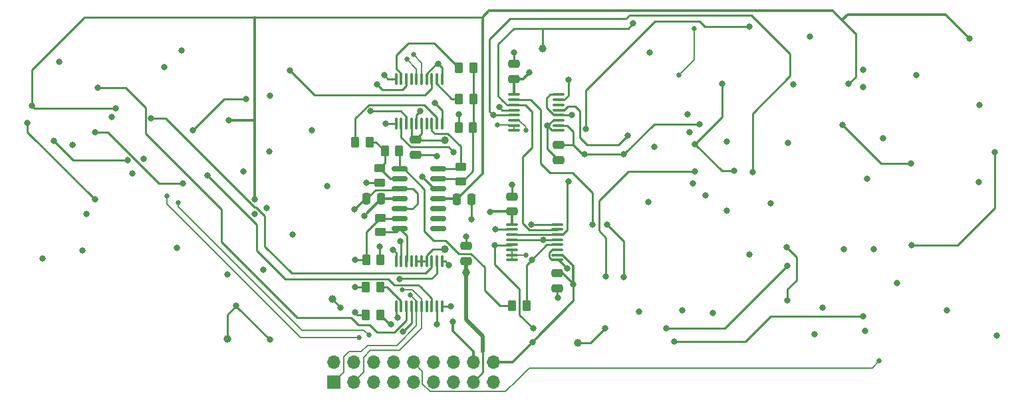
<source format=gbr>
%TF.GenerationSoftware,KiCad,Pcbnew,7.0.7*%
%TF.CreationDate,2024-06-06T22:47:17-06:00*%
%TF.ProjectId,VoiceBoardR2,566f6963-6542-46f6-9172-6452322e6b69,rev?*%
%TF.SameCoordinates,Original*%
%TF.FileFunction,Copper,L4,Bot*%
%TF.FilePolarity,Positive*%
%FSLAX46Y46*%
G04 Gerber Fmt 4.6, Leading zero omitted, Abs format (unit mm)*
G04 Created by KiCad (PCBNEW 7.0.7) date 2024-06-06 22:47:17*
%MOMM*%
%LPD*%
G01*
G04 APERTURE LIST*
G04 Aperture macros list*
%AMRoundRect*
0 Rectangle with rounded corners*
0 $1 Rounding radius*
0 $2 $3 $4 $5 $6 $7 $8 $9 X,Y pos of 4 corners*
0 Add a 4 corners polygon primitive as box body*
4,1,4,$2,$3,$4,$5,$6,$7,$8,$9,$2,$3,0*
0 Add four circle primitives for the rounded corners*
1,1,$1+$1,$2,$3*
1,1,$1+$1,$4,$5*
1,1,$1+$1,$6,$7*
1,1,$1+$1,$8,$9*
0 Add four rect primitives between the rounded corners*
20,1,$1+$1,$2,$3,$4,$5,0*
20,1,$1+$1,$4,$5,$6,$7,0*
20,1,$1+$1,$6,$7,$8,$9,0*
20,1,$1+$1,$8,$9,$2,$3,0*%
G04 Aperture macros list end*
%TA.AperFunction,SMDPad,CuDef*%
%ADD10C,1.000000*%
%TD*%
%TA.AperFunction,ComponentPad*%
%ADD11R,1.700000X1.700000*%
%TD*%
%TA.AperFunction,ComponentPad*%
%ADD12O,1.700000X1.700000*%
%TD*%
%TA.AperFunction,SMDPad,CuDef*%
%ADD13RoundRect,0.250000X-0.262500X-0.450000X0.262500X-0.450000X0.262500X0.450000X-0.262500X0.450000X0*%
%TD*%
%TA.AperFunction,SMDPad,CuDef*%
%ADD14RoundRect,0.250000X0.475000X-0.250000X0.475000X0.250000X-0.475000X0.250000X-0.475000X-0.250000X0*%
%TD*%
%TA.AperFunction,SMDPad,CuDef*%
%ADD15RoundRect,0.250000X0.450000X-0.262500X0.450000X0.262500X-0.450000X0.262500X-0.450000X-0.262500X0*%
%TD*%
%TA.AperFunction,SMDPad,CuDef*%
%ADD16RoundRect,0.250000X-0.475000X0.250000X-0.475000X-0.250000X0.475000X-0.250000X0.475000X0.250000X0*%
%TD*%
%TA.AperFunction,SMDPad,CuDef*%
%ADD17RoundRect,0.250000X-0.250000X-0.475000X0.250000X-0.475000X0.250000X0.475000X-0.250000X0.475000X0*%
%TD*%
%TA.AperFunction,SMDPad,CuDef*%
%ADD18RoundRect,0.250000X0.262500X0.450000X-0.262500X0.450000X-0.262500X-0.450000X0.262500X-0.450000X0*%
%TD*%
%TA.AperFunction,SMDPad,CuDef*%
%ADD19RoundRect,0.100000X0.100000X-0.637500X0.100000X0.637500X-0.100000X0.637500X-0.100000X-0.637500X0*%
%TD*%
%TA.AperFunction,SMDPad,CuDef*%
%ADD20RoundRect,0.250000X0.250000X0.475000X-0.250000X0.475000X-0.250000X-0.475000X0.250000X-0.475000X0*%
%TD*%
%TA.AperFunction,SMDPad,CuDef*%
%ADD21RoundRect,0.100000X-0.100000X0.637500X-0.100000X-0.637500X0.100000X-0.637500X0.100000X0.637500X0*%
%TD*%
%TA.AperFunction,SMDPad,CuDef*%
%ADD22RoundRect,0.100000X0.637500X0.100000X-0.637500X0.100000X-0.637500X-0.100000X0.637500X-0.100000X0*%
%TD*%
%TA.AperFunction,SMDPad,CuDef*%
%ADD23RoundRect,0.150000X-0.825000X-0.150000X0.825000X-0.150000X0.825000X0.150000X-0.825000X0.150000X0*%
%TD*%
%TA.AperFunction,SMDPad,CuDef*%
%ADD24RoundRect,0.250000X-0.450000X0.262500X-0.450000X-0.262500X0.450000X-0.262500X0.450000X0.262500X0*%
%TD*%
%TA.AperFunction,ViaPad*%
%ADD25C,0.800000*%
%TD*%
%TA.AperFunction,ViaPad*%
%ADD26C,1.000000*%
%TD*%
%TA.AperFunction,ViaPad*%
%ADD27C,0.650000*%
%TD*%
%TA.AperFunction,Conductor*%
%ADD28C,0.250000*%
%TD*%
%TA.AperFunction,Conductor*%
%ADD29C,0.220000*%
%TD*%
%TA.AperFunction,Conductor*%
%ADD30C,0.350000*%
%TD*%
%TA.AperFunction,Conductor*%
%ADD31C,0.300000*%
%TD*%
%TA.AperFunction,Conductor*%
%ADD32C,0.500000*%
%TD*%
%TA.AperFunction,Conductor*%
%ADD33C,0.180000*%
%TD*%
%TA.AperFunction,Conductor*%
%ADD34C,0.200000*%
%TD*%
G04 APERTURE END LIST*
D10*
%TO.P,TP104,1,1*%
%TO.N,CLK_1*%
X43250000Y-37350000D03*
%TD*%
%TO.P,TP103,1,1*%
%TO.N,CLK_2*%
X29875000Y-42350000D03*
%TD*%
%TO.P,TP102,1,1*%
%TO.N,VCA_IN*%
X74525000Y-42900000D03*
%TD*%
%TO.P,TP101,1,1*%
%TO.N,FILTER_OUT*%
X70075000Y-5400000D03*
%TD*%
D11*
%TO.P,U103,1,SDA*%
%TO.N,SDA*%
X43437500Y-47887500D03*
D12*
%TO.P,U103,2,LVL1*%
%TO.N,LEVEL_1_CV*%
X43437500Y-45347500D03*
%TO.P,U103,3,SCL*%
%TO.N,SCL*%
X45977500Y-47887500D03*
%TO.P,U103,4,LVL2*%
%TO.N,LEVEL_2_CV*%
X45977500Y-45347500D03*
%TO.P,U103,5,CLK1*%
%TO.N,CLK_1*%
X48517500Y-47887500D03*
%TO.P,U103,6,PWM1*%
%TO.N,PWM_1_CV*%
X48517500Y-45347500D03*
%TO.P,U103,7,CLK2*%
%TO.N,CLK_2*%
X51057500Y-47887500D03*
%TO.P,U103,8,PWM2*%
%TO.N,PWM_2_CV*%
X51057500Y-45347500D03*
%TO.P,U103,9,HP*%
%TO.N,HP_MODE*%
X53597500Y-47887500D03*
%TO.P,U103,10,FOLD*%
%TO.N,FOLD_CV*%
X53597500Y-45347500D03*
%TO.P,U103,11,FF*%
%TO.N,FOLD_FIRST*%
X56137500Y-47887500D03*
%TO.P,U103,12,VCF*%
%TO.N,CUTOFF_CV*%
X56137500Y-45347500D03*
%TO.P,U103,13,OUT*%
%TO.N,VCA_OUT*%
X58677500Y-47887500D03*
%TO.P,U103,14,VCA*%
%TO.N,VCA_CV*%
X58677500Y-45347500D03*
%TO.P,U103,15,+3V3*%
%TO.N,+3.3V*%
X61217500Y-47887500D03*
%TO.P,U103,16,GND*%
%TO.N,GND*%
X61217500Y-45347500D03*
%TO.P,U103,17,+12V*%
%TO.N,+12V*%
X63757500Y-47887500D03*
%TO.P,U103,18,-12V*%
%TO.N,-12V*%
X63757500Y-45347500D03*
%TD*%
D13*
%TO.P,R230,1*%
%TO.N,Net-(U203B-P1W)*%
X59380000Y-11792500D03*
%TO.P,R230,2*%
%TO.N,Net-(U204C--)*%
X61205000Y-11792500D03*
%TD*%
D14*
%TO.P,C102,1*%
%TO.N,+12V*%
X66400000Y-9247500D03*
%TO.P,C102,2*%
%TO.N,GND*%
X66400000Y-7347500D03*
%TD*%
D13*
%TO.P,R242,1*%
%TO.N,Net-(R241-Pad2)*%
X66175000Y-38187500D03*
%TO.P,R242,2*%
%TO.N,OSC_MIX*%
X68000000Y-38187500D03*
%TD*%
%TO.P,R228,1*%
%TO.N,Net-(U203C-P2W)*%
X59360000Y-15452500D03*
%TO.P,R228,2*%
%TO.N,Net-(U204C--)*%
X61185000Y-15452500D03*
%TD*%
D15*
%TO.P,R233,1*%
%TO.N,Net-(U204C--)*%
X59592500Y-22305000D03*
%TO.P,R233,2*%
%TO.N,Net-(U203A-P0B)*%
X59592500Y-20480000D03*
%TD*%
D14*
%TO.P,C218,1*%
%TO.N,GND*%
X53892500Y-18902500D03*
%TO.P,C218,2*%
%TO.N,+3.3V*%
X53892500Y-17002500D03*
%TD*%
D16*
%TO.P,C103,1*%
%TO.N,-12V*%
X71900000Y-34047499D03*
%TO.P,C103,2*%
%TO.N,GND*%
X71900000Y-35947499D03*
%TD*%
D17*
%TO.P,C215,1*%
%TO.N,GND*%
X47602500Y-24552500D03*
%TO.P,C215,2*%
%TO.N,+12V*%
X49502500Y-24552500D03*
%TD*%
D14*
%TO.P,C104,1*%
%TO.N,+12V*%
X66150000Y-26147500D03*
%TO.P,C104,2*%
%TO.N,GND*%
X66150000Y-24247500D03*
%TD*%
D16*
%TO.P,C217,1*%
%TO.N,GND*%
X60292500Y-30572500D03*
%TO.P,C217,2*%
%TO.N,+3.3V*%
X60292500Y-32472500D03*
%TD*%
D18*
%TO.P,R238,1*%
%TO.N,Net-(U205B-P1W)*%
X49375000Y-35787500D03*
%TO.P,R238,2*%
%TO.N,Net-(U204A--)*%
X47550000Y-35787500D03*
%TD*%
%TO.P,R239,1*%
%TO.N,Net-(U205C-P2W)*%
X49405000Y-32322500D03*
%TO.P,R239,2*%
%TO.N,Net-(U204A--)*%
X47580000Y-32322500D03*
%TD*%
D15*
%TO.P,R240,1*%
%TO.N,Net-(U205A-P0W)*%
X49287500Y-22475000D03*
%TO.P,R240,2*%
%TO.N,Net-(U204B--)*%
X49287500Y-20650000D03*
%TD*%
D16*
%TO.P,C101,1*%
%TO.N,-12V*%
X72100000Y-17697500D03*
%TO.P,C101,2*%
%TO.N,GND*%
X72100000Y-19597500D03*
%TD*%
D19*
%TO.P,U205,1,P3A*%
%TO.N,GND*%
X57237500Y-38235000D03*
%TO.P,U205,2,P3W*%
%TO.N,Net-(U205D-P3W)*%
X56587500Y-38235000D03*
%TO.P,U205,3,P3B*%
%TO.N,TRI2_FULL*%
X55937500Y-38235000D03*
%TO.P,U205,4,HVC/A0*%
%TO.N,unconnected-(U205E-HVC{slash}A0-Pad4)*%
X55287500Y-38235000D03*
%TO.P,U205,5,SCL*%
%TO.N,SCL*%
X54637500Y-38235000D03*
%TO.P,U205,6,SDA*%
%TO.N,SDA*%
X53987500Y-38235000D03*
%TO.P,U205,7,VSS*%
%TO.N,GND*%
X53337500Y-38235000D03*
%TO.P,U205,8,P1B*%
%TO.N,PULSE2_FULL*%
X52687500Y-38235000D03*
%TO.P,U205,9,P1W*%
%TO.N,Net-(U205B-P1W)*%
X52037500Y-38235000D03*
%TO.P,U205,10,P1A*%
%TO.N,GND*%
X51387500Y-38235000D03*
%TO.P,U205,11,P0A*%
X51387500Y-32510000D03*
%TO.P,U205,12,P0W*%
%TO.N,Net-(U205A-P0W)*%
X52037500Y-32510000D03*
%TO.P,U205,13,P0B*%
%TO.N,Net-(U205A-P0B)*%
X52687500Y-32510000D03*
%TO.P,U205,14,NC*%
%TO.N,unconnected-(U205E-NC-Pad14)*%
X53337500Y-32510000D03*
%TO.P,U205,15,~{RESET}*%
%TO.N,+3.3V*%
X53987500Y-32510000D03*
%TO.P,U205,16,A1*%
X54637500Y-32510000D03*
%TO.P,U205,17,VDD*%
X55287500Y-32510000D03*
%TO.P,U205,18,P2B*%
%TO.N,SAW2_FULL*%
X55937500Y-32510000D03*
%TO.P,U205,19,P2W*%
%TO.N,Net-(U205C-P2W)*%
X56587500Y-32510000D03*
%TO.P,U205,20,P2A*%
%TO.N,GND*%
X57237500Y-32510000D03*
%TD*%
D13*
%TO.P,R231,1*%
%TO.N,Net-(U203A-P0W)*%
X46210000Y-17322500D03*
%TO.P,R231,2*%
%TO.N,Net-(U204B--)*%
X48035000Y-17322500D03*
%TD*%
D20*
%TO.P,C216,1*%
%TO.N,GND*%
X60982500Y-24572500D03*
%TO.P,C216,2*%
%TO.N,-12V*%
X59082500Y-24572500D03*
%TD*%
D18*
%TO.P,R237,1*%
%TO.N,Net-(U205D-P3W)*%
X49375000Y-39312500D03*
%TO.P,R237,2*%
%TO.N,Net-(U204A--)*%
X47550000Y-39312500D03*
%TD*%
D21*
%TO.P,U203,1,P3A*%
%TO.N,GND*%
X51387500Y-9250001D03*
%TO.P,U203,2,P3W*%
%TO.N,Net-(U203D-P3W)*%
X52037500Y-9250001D03*
%TO.P,U203,3,P3B*%
%TO.N,TRI1_FULL*%
X52687500Y-9250001D03*
%TO.P,U203,4,HVC/A0*%
%TO.N,unconnected-(U203E-HVC{slash}A0-Pad4)*%
X53337500Y-9250001D03*
%TO.P,U203,5,SCL*%
%TO.N,SCL*%
X53987500Y-9250001D03*
%TO.P,U203,6,SDA*%
%TO.N,SDA*%
X54637500Y-9250001D03*
%TO.P,U203,7,VSS*%
%TO.N,GND*%
X55287500Y-9250001D03*
%TO.P,U203,8,P1B*%
%TO.N,PULSE1_FULL*%
X55937500Y-9250001D03*
%TO.P,U203,9,P1W*%
%TO.N,Net-(U203B-P1W)*%
X56587500Y-9250001D03*
%TO.P,U203,10,P1A*%
%TO.N,GND*%
X57237500Y-9250001D03*
%TO.P,U203,11,P0A*%
X57237500Y-14975001D03*
%TO.P,U203,12,P0W*%
%TO.N,Net-(U203A-P0W)*%
X56587500Y-14975001D03*
%TO.P,U203,13,P0B*%
%TO.N,Net-(U203A-P0B)*%
X55937500Y-14975001D03*
%TO.P,U203,14,NC*%
%TO.N,unconnected-(U203E-NC-Pad14)*%
X55287500Y-14975001D03*
%TO.P,U203,15,~{RESET}*%
%TO.N,+3.3V*%
X54637500Y-14975001D03*
%TO.P,U203,16,A1*%
%TO.N,GND*%
X53987500Y-14975001D03*
%TO.P,U203,17,VDD*%
%TO.N,+3.3V*%
X53337500Y-14975001D03*
%TO.P,U203,18,P2B*%
%TO.N,SAW1_FULL*%
X52687500Y-14975001D03*
%TO.P,U203,19,P2W*%
%TO.N,Net-(U203C-P2W)*%
X52037500Y-14975001D03*
%TO.P,U203,20,P2A*%
%TO.N,GND*%
X51387500Y-14975001D03*
%TD*%
D22*
%TO.P,U102,1,B1*%
%TO.N,FILTER_IN*%
X72112500Y-11272500D03*
%TO.P,U102,2,B0*%
%TO.N,GND*%
X72112500Y-11922500D03*
%TO.P,U102,3,C1*%
%TO.N,unconnected-(U102-C1-Pad3)*%
X72112500Y-12572500D03*
%TO.P,U102,4,C*%
%TO.N,LP_IN*%
X72112500Y-13222500D03*
%TO.P,U102,5,C0*%
%TO.N,FILTER_IN*%
X72112500Y-13872500D03*
%TO.P,U102,6,INH*%
%TO.N,GND*%
X72112500Y-14522500D03*
%TO.P,U102,7,VSS*%
%TO.N,-12V*%
X72112500Y-15172500D03*
%TO.P,U102,8,GND*%
%TO.N,GND*%
X72112500Y-15822500D03*
%TO.P,U102,9,S3*%
%TO.N,HP_MODE*%
X66387500Y-15822500D03*
%TO.P,U102,10,S2*%
X66387500Y-15172500D03*
%TO.P,U102,11,S1*%
%TO.N,FOLD_FIRST*%
X66387500Y-14522500D03*
%TO.P,U102,12,A0*%
%TO.N,FOLDER_IN*%
X66387500Y-13872500D03*
%TO.P,U102,13,A1*%
%TO.N,VCA_IN*%
X66387500Y-13222500D03*
%TO.P,U102,14,A*%
%TO.N,FILTER_OUT*%
X66387500Y-12572500D03*
%TO.P,U102,15,B*%
%TO.N,HP_IN*%
X66387500Y-11922500D03*
%TO.P,U102,16,VDD*%
%TO.N,+12V*%
X66387500Y-11272500D03*
%TD*%
D13*
%TO.P,R229,1*%
%TO.N,Net-(U203D-P3W)*%
X59380000Y-7862500D03*
%TO.P,R229,2*%
%TO.N,Net-(U204C--)*%
X61205000Y-7862500D03*
%TD*%
%TO.P,R241,1*%
%TO.N,Net-(U204B--)*%
X49960000Y-18462500D03*
%TO.P,R241,2*%
%TO.N,Net-(R241-Pad2)*%
X51785000Y-18462500D03*
%TD*%
D23*
%TO.P,U204,1*%
%TO.N,Net-(U205A-P0B)*%
X51837500Y-28372500D03*
%TO.P,U204,2,-*%
%TO.N,Net-(U204A--)*%
X51837500Y-27102500D03*
%TO.P,U204,3,+*%
%TO.N,GND*%
X51837500Y-25832500D03*
%TO.P,U204,4,V+*%
%TO.N,+12V*%
X51837500Y-24562500D03*
%TO.P,U204,5,+*%
%TO.N,GND*%
X51837500Y-23292500D03*
%TO.P,U204,6,-*%
%TO.N,Net-(U204B--)*%
X51837500Y-22022500D03*
%TO.P,U204,7*%
%TO.N,Net-(R241-Pad2)*%
X51837500Y-20752500D03*
%TO.P,U204,8*%
%TO.N,Net-(U203A-P0B)*%
X56787500Y-20752500D03*
%TO.P,U204,9,-*%
%TO.N,Net-(U204C--)*%
X56787500Y-22022500D03*
%TO.P,U204,10,+*%
%TO.N,GND*%
X56787500Y-23292500D03*
%TO.P,U204,11,V-*%
%TO.N,-12V*%
X56787500Y-24562500D03*
%TO.P,U204,12,+*%
%TO.N,unconnected-(U204D-+-Pad12)*%
X56787500Y-25832500D03*
%TO.P,U204,13,-*%
%TO.N,unconnected-(U204D---Pad13)*%
X56787500Y-27102500D03*
%TO.P,U204,14*%
%TO.N,unconnected-(U204-Pad14)*%
X56787500Y-28372500D03*
%TD*%
D24*
%TO.P,R232,1*%
%TO.N,Net-(U204A--)*%
X49387500Y-26950000D03*
%TO.P,R232,2*%
%TO.N,Net-(U205A-P0B)*%
X49387500Y-28775000D03*
%TD*%
D22*
%TO.P,U101,1,B1*%
%TO.N,OSC_MIX*%
X71900000Y-27797500D03*
%TO.P,U101,2,B0*%
%TO.N,FILTER_OUT*%
X71900000Y-28447500D03*
%TO.P,U101,3,C1*%
%TO.N,FOLDER_OUT*%
X71900000Y-29097500D03*
%TO.P,U101,4,C*%
%TO.N,FILTER_IN*%
X71900000Y-29747500D03*
%TO.P,U101,5,C0*%
%TO.N,OSC_MIX*%
X71900000Y-30397500D03*
%TO.P,U101,6,INH*%
%TO.N,GND*%
X71900000Y-31047500D03*
%TO.P,U101,7,VSS*%
%TO.N,-12V*%
X71900000Y-31697500D03*
%TO.P,U101,8,GND*%
%TO.N,GND*%
X71900000Y-32347500D03*
%TO.P,U101,9,S3*%
%TO.N,FOLD_FIRST*%
X66175000Y-32347500D03*
%TO.P,U101,10,S2*%
X66175000Y-31697500D03*
%TO.P,U101,11,S1*%
X66175000Y-31047500D03*
%TO.P,U101,12,A0*%
%TO.N,VCA_IN*%
X66175000Y-30397500D03*
%TO.P,U101,13,A1*%
%TO.N,FILTER_IN*%
X66175000Y-29747500D03*
%TO.P,U101,14,A*%
%TO.N,FOLDER_OUT*%
X66175000Y-29097500D03*
%TO.P,U101,15,B*%
%TO.N,FOLDER_IN*%
X66175000Y-28447500D03*
%TO.P,U101,16,VDD*%
%TO.N,+12V*%
X66175000Y-27797500D03*
%TD*%
D25*
%TO.N,CLK_1*%
X44325000Y-38450000D03*
%TO.N,VCA_IN*%
X78000000Y-41062500D03*
%TO.N,SAW1_FULL*%
X32312500Y-11812500D03*
X48112500Y-13387500D03*
X25512500Y-15812500D03*
%TO.N,GND*%
X108437500Y-30987500D03*
X90787500Y-24112500D03*
X29912500Y-34137500D03*
X84287500Y-17962500D03*
X110862500Y-8112500D03*
X10212500Y-17637500D03*
X24062500Y-5612500D03*
X105662500Y-38437500D03*
X61012500Y-27187500D03*
X73143187Y-33434815D03*
X38237500Y-29137500D03*
X6412500Y-32162500D03*
X42587500Y-22887500D03*
X54712500Y-21737500D03*
X19262500Y-19462500D03*
X71962500Y-37162500D03*
X34887500Y-25712500D03*
X83537500Y-24937500D03*
X113387500Y-16837500D03*
X127862500Y-41937500D03*
X112187500Y-30962500D03*
X73337500Y-9337500D03*
X35312500Y-11437500D03*
X56612500Y-19137500D03*
X66412500Y-5937500D03*
X51562500Y-39687500D03*
X54487500Y-13387500D03*
X60287500Y-29387500D03*
X51012500Y-31012500D03*
X49887500Y-8787500D03*
X101312500Y-17412500D03*
X58387500Y-38237500D03*
X87837500Y-38787500D03*
X70662500Y-15237500D03*
X104062500Y-3837500D03*
X96337500Y-31662500D03*
X35237500Y-18512500D03*
X58112500Y-32962500D03*
X34462500Y-33587500D03*
X83662500Y-5862500D03*
X88512500Y-13762500D03*
X8462500Y-7087500D03*
X50062500Y-14987500D03*
X82312500Y-38912500D03*
X46112500Y-25862500D03*
X23487500Y-30787500D03*
X58637500Y-40162500D03*
X99087500Y-25087500D03*
X17837500Y-21337500D03*
X11987500Y-26487500D03*
X101962500Y-9937500D03*
X111087500Y-41337500D03*
X40662500Y-15837500D03*
X93487500Y-17262500D03*
X91712500Y-39087500D03*
X56712500Y-7362500D03*
X115162500Y-35287500D03*
X117637500Y-8812500D03*
X89137500Y-22562500D03*
X15162500Y-14087500D03*
X52239193Y-41439193D03*
X66137500Y-22737500D03*
X31937500Y-21037500D03*
X56312500Y-12337500D03*
%TO.N,+12V*%
X47337500Y-26712500D03*
X104637500Y-41762500D03*
X93512500Y-26062500D03*
X21837500Y-7762500D03*
X68362500Y-8437500D03*
X125612500Y-22387500D03*
X121562500Y-38787500D03*
X111387500Y-21962500D03*
X125662500Y-12612500D03*
X63387500Y-26187500D03*
X33412500Y-26512500D03*
X88787500Y-16037500D03*
X110812500Y-10337500D03*
X11437500Y-31137500D03*
%TO.N,-12V*%
X33387500Y-24612500D03*
X68762500Y-42787500D03*
X127587500Y-18587500D03*
X86800000Y-42750000D03*
X15712500Y-12987500D03*
X80387500Y-18862500D03*
X117012500Y-30437500D03*
X73962500Y-35437500D03*
X30087500Y-14562500D03*
X108987500Y-9912500D03*
X110862500Y-39512500D03*
X75387500Y-18862500D03*
X90062500Y-15012500D03*
X124437500Y-4087500D03*
X4987500Y-12637500D03*
%TO.N,CLK_2*%
X31012500Y-38187500D03*
X35312500Y-42512500D03*
%TO.N,SAW2_FULL*%
X20187500Y-14287500D03*
%TO.N,Net-(D203-K)*%
X7790000Y-17137500D03*
X17237500Y-19612500D03*
D26*
%TO.N,+3.3V*%
X60292500Y-33887500D03*
X57562500Y-17062500D03*
X57562500Y-30987500D03*
D25*
%TO.N,Net-(U301B--)*%
X89462500Y-17562500D03*
X92887500Y-9837500D03*
X94462500Y-20987500D03*
%TO.N,FILTER_OUT*%
X81537500Y-2212500D03*
%TO.N,Net-(U301B-+)*%
X80387500Y-34487500D03*
X78262500Y-27787500D03*
%TO.N,HP_IN*%
X76362500Y-27787500D03*
%TO.N,FOLDER_IN*%
X64037500Y-28437500D03*
X96787500Y-21137500D03*
X63737500Y-13862500D03*
%TO.N,VCA_IN*%
X101187500Y-33112500D03*
X63987500Y-30412500D03*
X68837500Y-41062500D03*
X85812500Y-41037500D03*
X64562500Y-12862500D03*
%TO.N,Net-(D203-A)*%
X4462500Y-14862500D03*
X13062500Y-24637500D03*
D27*
%TO.N,SDA*%
X53587500Y-6187500D03*
X53212500Y-36762500D03*
%TO.N,SCL*%
X89362500Y-2837500D03*
X52737500Y-6737500D03*
X52162500Y-36162500D03*
X87412500Y-8812500D03*
%TO.N,FOLD_FIRST*%
X67887500Y-31687500D03*
X67887500Y-15812500D03*
%TO.N,HP_MODE*%
X64312500Y-15162500D03*
%TO.N,PWM_1_CV*%
X46662500Y-42187500D03*
X22187500Y-24187500D03*
%TO.N,PWM_2_CV*%
X47912500Y-41912500D03*
X23612500Y-25062500D03*
%TO.N,FOLD_CV*%
X112912500Y-45212500D03*
D25*
%TO.N,Net-(Q402-B)*%
X116987500Y-20062500D03*
X108187500Y-15087500D03*
%TO.N,Net-(Q406-C)*%
X101087500Y-30687500D03*
X101237500Y-37462500D03*
%TO.N,TRI1_FULL*%
X48937500Y-9962500D03*
%TO.N,TRI2_FULL*%
X27412500Y-21537500D03*
X24212500Y-22562500D03*
X13037500Y-16082500D03*
%TO.N,PULSE2_FULL*%
X13412500Y-10362500D03*
%TO.N,PULSE1_FULL*%
X37837500Y-8162500D03*
%TO.N,Net-(U203C-P2W)*%
X58712500Y-18562500D03*
X59387500Y-13812500D03*
%TO.N,Net-(U204A--)*%
X46137500Y-32312500D03*
X46137500Y-39012500D03*
X46137500Y-35787500D03*
%TO.N,Net-(U205A-P0W)*%
X47637500Y-22462500D03*
X51962500Y-29937500D03*
%TO.N,Net-(U205C-P2W)*%
X51862500Y-34762500D03*
X49337500Y-30612500D03*
%TO.N,Net-(U205D-P3W)*%
X56587500Y-40487500D03*
X50712500Y-40487500D03*
%TO.N,OSC_MIX*%
X68662500Y-32312500D03*
X68637500Y-27812500D03*
%TO.N,Net-(U301C--)*%
X78112500Y-34437500D03*
X89405000Y-21030000D03*
%TO.N,LP_IN*%
X80912500Y-16487500D03*
%TO.N,FOLDER_OUT*%
X73337500Y-22312500D03*
%TO.N,FILTER_IN*%
X73737500Y-13887500D03*
X70112500Y-29807000D03*
%TO.N,Net-(R420-Pad2)*%
X75562500Y-15662500D03*
X96387500Y-2612500D03*
%TD*%
D28*
%TO.N,-12V*%
X11700000Y-1387500D02*
X33362500Y-1387500D01*
X4987500Y-12637500D02*
X4987500Y-8100000D01*
X4987500Y-8100000D02*
X11700000Y-1387500D01*
D29*
%TO.N,CLK_1*%
X44325000Y-38425000D02*
X43250000Y-37350000D01*
X44325000Y-38450000D02*
X44325000Y-38425000D01*
%TO.N,CLK_2*%
X29875000Y-42350000D02*
X29875000Y-39325000D01*
X29875000Y-39325000D02*
X31012500Y-38187500D01*
%TO.N,VCA_IN*%
X74525000Y-42900000D02*
X76162500Y-42900000D01*
X76162500Y-42900000D02*
X78000000Y-41062500D01*
%TO.N,FILTER_OUT*%
X80937500Y-2812500D02*
X70075000Y-2812500D01*
X70075000Y-2812500D02*
X66362500Y-2812500D01*
X70075000Y-5400000D02*
X70075000Y-2812500D01*
%TO.N,SAW1_FULL*%
X51987500Y-13387500D02*
X48112500Y-13387500D01*
X32312500Y-11812500D02*
X29512500Y-11812500D01*
X52687500Y-14975001D02*
X52687500Y-14087500D01*
X29512500Y-11812500D02*
X25512500Y-15812500D01*
X52687500Y-14087500D02*
X51987500Y-13387500D01*
%TO.N,GND*%
X66150000Y-24247500D02*
X66150000Y-22750000D01*
X72112500Y-14522500D02*
X71377500Y-14522500D01*
X53987500Y-14975001D02*
X53987500Y-13887500D01*
X71900000Y-31047500D02*
X71192500Y-31047500D01*
X50074999Y-14975001D02*
X50062500Y-14987500D01*
X70852500Y-31387500D02*
X70852500Y-31967328D01*
X54087500Y-23862500D02*
X53512500Y-23287500D01*
X60982500Y-24572500D02*
X60982500Y-27157500D01*
X72112500Y-15822500D02*
X71247500Y-15822500D01*
X57237500Y-13262500D02*
X56312500Y-12337500D01*
X57237500Y-38235000D02*
X58385000Y-38235000D01*
X51387500Y-14975001D02*
X50074999Y-14975001D01*
X51387500Y-39512500D02*
X51562500Y-39687500D01*
X51742500Y-23387500D02*
X48767500Y-23387500D01*
X71192500Y-31047500D02*
X70852500Y-31387500D01*
X54087500Y-25212500D02*
X54087500Y-23862500D01*
X66400000Y-5950000D02*
X66412500Y-5937500D01*
X57660000Y-32510000D02*
X58112500Y-32962500D01*
X57237500Y-9250001D02*
X57237500Y-7887500D01*
X51837500Y-23292500D02*
X53507500Y-23292500D01*
X60292500Y-29392500D02*
X60287500Y-29387500D01*
X53987500Y-13887500D02*
X54487500Y-13387500D01*
X71247500Y-15822500D02*
X70662500Y-15237500D01*
X70852500Y-31967328D02*
X71232672Y-32347500D01*
X51387500Y-38235000D02*
X51387500Y-39512500D01*
X57237500Y-32510000D02*
X57660000Y-32510000D01*
X71232672Y-32347500D02*
X71900000Y-32347500D01*
X53337500Y-38235000D02*
X53337500Y-40340886D01*
X55287500Y-8582673D02*
X56507673Y-7362500D01*
X57237500Y-14975001D02*
X57237500Y-13262500D01*
X72055872Y-32347500D02*
X73143187Y-33434815D01*
X53892500Y-18902500D02*
X56377500Y-18902500D01*
X72100000Y-19597500D02*
X70662500Y-18160000D01*
X55287500Y-9250001D02*
X55287500Y-8582673D01*
X56267500Y-23292500D02*
X54712500Y-21737500D01*
X50350001Y-9250001D02*
X49887500Y-8787500D01*
X71900000Y-32347500D02*
X72055872Y-32347500D01*
X56787500Y-23292500D02*
X56267500Y-23292500D01*
X71900000Y-37100000D02*
X71962500Y-37162500D01*
X48767500Y-23387500D02*
X47602500Y-24552500D01*
X58385000Y-38235000D02*
X58387500Y-38237500D01*
X57237500Y-7887500D02*
X56712500Y-7362500D01*
X71377500Y-14522500D02*
X70662500Y-15237500D01*
X53467500Y-25832500D02*
X54087500Y-25212500D01*
X60292500Y-30572500D02*
X60292500Y-29392500D01*
X51387500Y-9250001D02*
X50350001Y-9250001D01*
X47602500Y-24552500D02*
X47422500Y-24552500D01*
X51387500Y-31387500D02*
X51012500Y-31012500D01*
X56377500Y-18902500D02*
X56612500Y-19137500D01*
X60982500Y-27157500D02*
X61012500Y-27187500D01*
X72779828Y-11922500D02*
X73337500Y-11364828D01*
X73337500Y-11364828D02*
X73337500Y-9337500D01*
X70662500Y-18160000D02*
X70662500Y-15237500D01*
D30*
X61217500Y-43967500D02*
X61217500Y-45347500D01*
D29*
X72112500Y-11922500D02*
X72779828Y-11922500D01*
X53507500Y-23292500D02*
X53512500Y-23287500D01*
X66150000Y-22750000D02*
X66137500Y-22737500D01*
X47422500Y-24552500D02*
X46112500Y-25862500D01*
X66400000Y-7347500D02*
X66400000Y-5950000D01*
X71900000Y-35947499D02*
X71900000Y-37100000D01*
X53337500Y-40340886D02*
X52239193Y-41439193D01*
D30*
X58637500Y-41387500D02*
X61217500Y-43967500D01*
X58637500Y-40162500D02*
X58637500Y-41387500D01*
D29*
X51387500Y-32510000D02*
X51387500Y-31387500D01*
X51837500Y-23292500D02*
X51742500Y-23387500D01*
X56507673Y-7362500D02*
X56712500Y-7362500D01*
X51837500Y-25832500D02*
X53467500Y-25832500D01*
D31*
%TO.N,+12V*%
X66400000Y-9247500D02*
X66400000Y-11260000D01*
X67552500Y-9247500D02*
X68362500Y-8437500D01*
X66400000Y-11260000D02*
X66387500Y-11272500D01*
X66150000Y-26147500D02*
X63427500Y-26147500D01*
X49497500Y-24552500D02*
X47337500Y-26712500D01*
X49502500Y-24552500D02*
X51827500Y-24552500D01*
X66175000Y-27797500D02*
X66175000Y-26172500D01*
X66175000Y-26172500D02*
X66150000Y-26147500D01*
X51827500Y-24552500D02*
X51837500Y-24562500D01*
X63427500Y-26147500D02*
X63387500Y-26187500D01*
X49502500Y-24552500D02*
X49497500Y-24552500D01*
X66400000Y-9247500D02*
X67552500Y-9247500D01*
D28*
%TO.N,-12V*%
X124437500Y-4087500D02*
X121387500Y-1037500D01*
D31*
X107400000Y-1025000D02*
X108162500Y-1787500D01*
X108162500Y-1787500D02*
X108912500Y-1037500D01*
X73962500Y-33036104D02*
X73962500Y-35437500D01*
X71900000Y-31697500D02*
X72623896Y-31697500D01*
X63757500Y-45347500D02*
X66202500Y-45347500D01*
D28*
X108987500Y-9912500D02*
X109887500Y-9012500D01*
X73962500Y-35437500D02*
X73962500Y-37587500D01*
D31*
X33387500Y-14562500D02*
X33387500Y-1412500D01*
X30087500Y-14562500D02*
X33387500Y-14562500D01*
D28*
X117012500Y-30437500D02*
X122837500Y-30437500D01*
D31*
X33387500Y-1412500D02*
X33362500Y-1387500D01*
X72623896Y-31697500D02*
X73962500Y-33036104D01*
D28*
X72112500Y-15172500D02*
X73197500Y-15172500D01*
X73962500Y-15937500D02*
X73962500Y-17687500D01*
X73962500Y-35387500D02*
X73962500Y-35437500D01*
D31*
X62387500Y-21267500D02*
X62387500Y-1412500D01*
X66202500Y-45347500D02*
X68762500Y-42787500D01*
D28*
X107412500Y-1037500D02*
X107400000Y-1025000D01*
X90062500Y-15012500D02*
X84237500Y-15012500D01*
D31*
X108162500Y-1787500D02*
X109887500Y-3512500D01*
X106962500Y-587500D02*
X107400000Y-1025000D01*
D28*
X15712500Y-12987500D02*
X5337500Y-12987500D01*
X75137500Y-18862500D02*
X73962500Y-17687500D01*
X73962500Y-17687500D02*
X73952500Y-17697500D01*
X80387500Y-18862500D02*
X75387500Y-18862500D01*
X5337500Y-12987500D02*
X4987500Y-12637500D01*
X95862500Y-42762500D02*
X86812500Y-42762500D01*
X73197500Y-15172500D02*
X73962500Y-15937500D01*
D31*
X68762500Y-42787500D02*
X73962500Y-37587500D01*
X59082500Y-24572500D02*
X62387500Y-21267500D01*
X56787500Y-24562500D02*
X59072500Y-24562500D01*
X59072500Y-24562500D02*
X59082500Y-24572500D01*
D28*
X71900000Y-34047499D02*
X72622499Y-34047499D01*
X72622499Y-34047499D02*
X73962500Y-35387500D01*
X33362500Y-1387500D02*
X62412500Y-1387500D01*
X110862500Y-39512500D02*
X99112500Y-39512500D01*
D31*
X33387500Y-24612500D02*
X33387500Y-14562500D01*
D28*
X75387500Y-18862500D02*
X75137500Y-18862500D01*
X99112500Y-39512500D02*
X95862500Y-42762500D01*
X73952500Y-17697500D02*
X72100000Y-17697500D01*
X127587500Y-25687500D02*
X127587500Y-18587500D01*
X122837500Y-30437500D02*
X127587500Y-25687500D01*
D31*
X62387500Y-1412500D02*
X63212500Y-587500D01*
D28*
X109887500Y-9012500D02*
X109887500Y-3512500D01*
D31*
X108912500Y-1037500D02*
X121387500Y-1037500D01*
X63212500Y-587500D02*
X106962500Y-587500D01*
D28*
X86812500Y-42762500D02*
X86800000Y-42750000D01*
X84237500Y-15012500D02*
X80387500Y-18862500D01*
D29*
%TO.N,CLK_2*%
X31012500Y-38212500D02*
X31012500Y-38187500D01*
X35312500Y-42512500D02*
X31012500Y-38212500D01*
%TO.N,SAW2_FULL*%
X33408408Y-25637500D02*
X22058408Y-14287500D01*
X34662500Y-26758408D02*
X33541592Y-25637500D01*
X55153038Y-34032500D02*
X38107500Y-34032500D01*
X55937500Y-33248038D02*
X55153038Y-34032500D01*
X22058408Y-14287500D02*
X20187500Y-14287500D01*
X33541592Y-25637500D02*
X33408408Y-25637500D01*
X38107500Y-34032500D02*
X34662500Y-30587500D01*
X55937500Y-32510000D02*
X55937500Y-33248038D01*
X34662500Y-30587500D02*
X34662500Y-26758408D01*
%TO.N,Net-(D203-K)*%
X10265000Y-19612500D02*
X7790000Y-17137500D01*
X17237500Y-19612500D02*
X10265000Y-19612500D01*
D28*
%TO.N,+3.3V*%
X53987500Y-32510000D02*
X55287500Y-32510000D01*
X53337500Y-16447500D02*
X53892500Y-17002500D01*
D32*
X62437500Y-42037500D02*
X62437500Y-44012500D01*
X60292500Y-39892500D02*
X62437500Y-42037500D01*
X62437500Y-44012500D02*
X62442500Y-44017500D01*
D28*
X61217500Y-47887500D02*
X62442500Y-46662500D01*
D32*
X60292500Y-34612500D02*
X60292500Y-39812500D01*
D28*
X54637500Y-14975001D02*
X54637500Y-16257500D01*
X62442500Y-46662500D02*
X62442500Y-44017500D01*
X55287500Y-31750749D02*
X56050749Y-30987500D01*
D32*
X60292500Y-39812500D02*
X60292500Y-39892500D01*
D28*
X55287500Y-32510000D02*
X55287500Y-31750749D01*
X53337500Y-14975001D02*
X53337500Y-16447500D01*
X53892500Y-17002500D02*
X53952500Y-17062500D01*
X56050749Y-30987500D02*
X57562500Y-30987500D01*
X53952500Y-17062500D02*
X57562500Y-17062500D01*
X54637500Y-16257500D02*
X53892500Y-17002500D01*
D32*
X60292500Y-33887500D02*
X60292500Y-34612500D01*
X60292500Y-32472500D02*
X60292500Y-33887500D01*
D29*
%TO.N,Net-(U301B--)*%
X92887500Y-20987500D02*
X89462500Y-17562500D01*
X94462500Y-20987500D02*
X92887500Y-20987500D01*
X92887500Y-9837500D02*
X92887500Y-14137500D01*
X92887500Y-14137500D02*
X89462500Y-17562500D01*
%TO.N,FILTER_OUT*%
X68687500Y-13462500D02*
X67850000Y-12625000D01*
X66387500Y-12572500D02*
X67797500Y-12572500D01*
X67487500Y-19187500D02*
X68687500Y-17987500D01*
X67850000Y-12625000D02*
X67787500Y-12562500D01*
X64912500Y-11962500D02*
X64387500Y-11437500D01*
X68343408Y-28522500D02*
X67487500Y-27666592D01*
X65522500Y-12572500D02*
X64912500Y-11962500D01*
X71900000Y-28447500D02*
X71825000Y-28522500D01*
X71825000Y-28522500D02*
X68343408Y-28522500D01*
X68687500Y-17987500D02*
X68687500Y-13462500D01*
X67487500Y-27666592D02*
X67487500Y-19187500D01*
X81537500Y-2212500D02*
X80937500Y-2812500D01*
X66387500Y-12572500D02*
X65522500Y-12572500D01*
X64387500Y-11437500D02*
X64387500Y-4787500D01*
X64387500Y-4787500D02*
X66362500Y-2812500D01*
X67797500Y-12572500D02*
X67850000Y-12625000D01*
%TO.N,Net-(U301B-+)*%
X80387500Y-29912500D02*
X78262500Y-27787500D01*
X80387500Y-34487500D02*
X80387500Y-29912500D01*
%TO.N,HP_IN*%
X66387500Y-11922500D02*
X68547500Y-11922500D01*
X68547500Y-11922500D02*
X69762500Y-13137500D01*
X76362500Y-23737500D02*
X76362500Y-27787500D01*
X69762500Y-13137500D02*
X69762500Y-20037500D01*
X70962500Y-21237500D02*
X73862500Y-21237500D01*
X69762500Y-20037500D02*
X70962500Y-21237500D01*
X73862500Y-21237500D02*
X76362500Y-23737500D01*
%TO.N,FOLDER_IN*%
X81112500Y-1162500D02*
X96662500Y-1162500D01*
X101562500Y-8862500D02*
X96762500Y-13662500D01*
X101562500Y-6062500D02*
X101562500Y-8862500D01*
X64047500Y-28447500D02*
X64037500Y-28437500D01*
X96762500Y-17712500D02*
X96762500Y-21112500D01*
X80662500Y-1612500D02*
X81112500Y-1162500D01*
X96762500Y-13662500D02*
X96762500Y-17712500D01*
X65912500Y-1612500D02*
X80662500Y-1612500D01*
X63287500Y-4237500D02*
X65912500Y-1612500D01*
X66175000Y-28447500D02*
X64047500Y-28447500D01*
X66377500Y-13862500D02*
X66387500Y-13872500D01*
X63737500Y-13862500D02*
X63287500Y-13412500D01*
X96662500Y-1162500D02*
X101562500Y-6062500D01*
X96762500Y-21112500D02*
X96787500Y-21137500D01*
X63287500Y-13412500D02*
X63287500Y-4237500D01*
X63737500Y-13862500D02*
X66377500Y-13862500D01*
%TO.N,VCA_IN*%
X85812500Y-41037500D02*
X93262500Y-41037500D01*
X67087500Y-39312500D02*
X68837500Y-41062500D01*
X66387500Y-13222500D02*
X64922500Y-13222500D01*
X63987500Y-30412500D02*
X63987500Y-32912500D01*
X63987500Y-32912500D02*
X67087500Y-36012500D01*
X64922500Y-13222500D02*
X64562500Y-12862500D01*
X67087500Y-39087500D02*
X67087500Y-39312500D01*
X63987500Y-30412500D02*
X66160000Y-30412500D01*
X67087500Y-36012500D02*
X67087500Y-39087500D01*
X93262500Y-41037500D02*
X101187500Y-33112500D01*
X66160000Y-30412500D02*
X66175000Y-30397500D01*
%TO.N,Net-(D203-A)*%
X13062500Y-24637500D02*
X4462500Y-16037500D01*
X4462500Y-16037500D02*
X4462500Y-14862500D01*
D33*
%TO.N,SDA*%
X51487500Y-43212500D02*
X53987500Y-40712500D01*
X44687500Y-44687500D02*
X45387500Y-43987500D01*
X43437500Y-47887500D02*
X44687500Y-46637500D01*
X54637500Y-7237500D02*
X53587500Y-6187500D01*
X44687500Y-46637500D02*
X44687500Y-44687500D01*
X45387500Y-43987500D02*
X46962500Y-43987500D01*
X53987500Y-40712500D02*
X53987500Y-38235000D01*
X53987500Y-37537500D02*
X53212500Y-36762500D01*
X47737500Y-43212500D02*
X51487500Y-43212500D01*
X54637500Y-9250001D02*
X54637500Y-7237500D01*
X53987500Y-38235000D02*
X53987500Y-37537500D01*
X46962500Y-43987500D02*
X47737500Y-43212500D01*
%TO.N,SCL*%
X54637500Y-41037500D02*
X54637500Y-38235000D01*
X47237500Y-44737500D02*
X48112500Y-43862500D01*
X51812500Y-43862500D02*
X54637500Y-41037500D01*
X54637500Y-38235000D02*
X54637500Y-37317758D01*
X53467242Y-36147500D02*
X52177500Y-36147500D01*
X89362500Y-6862500D02*
X87412500Y-8812500D01*
X54637500Y-37317758D02*
X53467242Y-36147500D01*
X53987500Y-7987500D02*
X52737500Y-6737500D01*
X53987500Y-9250001D02*
X53987500Y-7987500D01*
X52177500Y-36147500D02*
X52162500Y-36162500D01*
X45977500Y-47887500D02*
X47237500Y-46627500D01*
X89362500Y-2837500D02*
X89362500Y-6862500D01*
X48112500Y-43862500D02*
X51812500Y-43862500D01*
X47237500Y-46627500D02*
X47237500Y-44737500D01*
%TO.N,FOLD_FIRST*%
X67026543Y-14522500D02*
X67887500Y-15383457D01*
X67887500Y-15383457D02*
X67887500Y-15812500D01*
X66387500Y-14522500D02*
X67026543Y-14522500D01*
X66185000Y-31687500D02*
X66175000Y-31697500D01*
X67887500Y-31687500D02*
X66185000Y-31687500D01*
X66175000Y-31047500D02*
X66175000Y-32347500D01*
%TO.N,HP_MODE*%
X66387500Y-15172500D02*
X66377500Y-15162500D01*
X66377500Y-15162500D02*
X64312500Y-15162500D01*
X66387500Y-15822500D02*
X66387500Y-15172500D01*
X66397500Y-15812500D02*
X66387500Y-15822500D01*
D34*
%TO.N,PWM_1_CV*%
X22212500Y-24212500D02*
X22187500Y-24187500D01*
X46662500Y-42187500D02*
X39212500Y-42187500D01*
X39212500Y-42187500D02*
X22212500Y-25187500D01*
X22212500Y-25187500D02*
X22212500Y-24212500D01*
%TO.N,PWM_2_CV*%
X39362500Y-41287500D02*
X47287500Y-41287500D01*
X47287500Y-41287500D02*
X47912500Y-41912500D01*
X23612500Y-25537500D02*
X39362500Y-41287500D01*
X23612500Y-25062500D02*
X23612500Y-25537500D01*
%TO.N,FOLD_CV*%
X56712500Y-49112500D02*
X65337500Y-49112500D01*
X54747500Y-46497500D02*
X54747500Y-48147500D01*
X70712500Y-46087500D02*
X112037500Y-46087500D01*
X65337500Y-49112500D02*
X66812500Y-47637500D01*
X53597500Y-45347500D02*
X54747500Y-46497500D01*
X112037500Y-46087500D02*
X112912500Y-45212500D01*
X54747500Y-48147500D02*
X55712500Y-49112500D01*
X68362500Y-46087500D02*
X70712500Y-46087500D01*
X66812500Y-47637500D02*
X68362500Y-46087500D01*
X55712500Y-49112500D02*
X56712500Y-49112500D01*
D29*
%TO.N,Net-(Q402-B)*%
X113162500Y-20062500D02*
X116987500Y-20062500D01*
X108187500Y-15087500D02*
X113162500Y-20062500D01*
%TO.N,Net-(Q406-C)*%
X102362500Y-31962500D02*
X101087500Y-30687500D01*
X101237500Y-36037500D02*
X102362500Y-34912500D01*
X102362500Y-34912500D02*
X102362500Y-31962500D01*
X101237500Y-37462500D02*
X101237500Y-36037500D01*
%TO.N,TRI1_FULL*%
X52687500Y-9250001D02*
X52687500Y-10112500D01*
X49612500Y-10637500D02*
X48937500Y-9962500D01*
X52687500Y-10112500D02*
X52162500Y-10637500D01*
X52162500Y-10637500D02*
X49612500Y-10637500D01*
%TO.N,TRI2_FULL*%
X55937500Y-38235000D02*
X55937500Y-37237500D01*
X21191592Y-22562500D02*
X14711592Y-16082500D01*
X55937500Y-37237500D02*
X54512500Y-35812500D01*
X37287500Y-34737500D02*
X50387500Y-34737500D01*
X33662500Y-27837500D02*
X33662500Y-31112500D01*
X50387500Y-34737500D02*
X51177500Y-35527500D01*
X51177500Y-35527500D02*
X54227500Y-35527500D01*
X33662500Y-31112500D02*
X37287500Y-34737500D01*
X54227500Y-35527500D02*
X54512500Y-35812500D01*
X27412500Y-21587500D02*
X33662500Y-27837500D01*
X14711592Y-16082500D02*
X13037500Y-16082500D01*
X24212500Y-22562500D02*
X21191592Y-22562500D01*
X27412500Y-21537500D02*
X27412500Y-21587500D01*
%TO.N,PULSE2_FULL*%
X19462500Y-12887500D02*
X16937500Y-10362500D01*
X16937500Y-10362500D02*
X13412500Y-10362500D01*
X49587500Y-41537500D02*
X48937500Y-41537500D01*
X52687500Y-38235000D02*
X52687500Y-39987500D01*
X38837500Y-39712500D02*
X29112500Y-29987500D01*
X51137500Y-41537500D02*
X49587500Y-41537500D01*
X46587500Y-40612500D02*
X45687500Y-39712500D01*
X23562500Y-20287500D02*
X19462500Y-16187500D01*
X19462500Y-16187500D02*
X19462500Y-12887500D01*
X48937500Y-41537500D02*
X48012500Y-40612500D01*
X52687500Y-39987500D02*
X51312500Y-41362500D01*
X29112500Y-25837500D02*
X23562500Y-20287500D01*
X51312500Y-41362500D02*
X51137500Y-41537500D01*
X29112500Y-29987500D02*
X29112500Y-25837500D01*
X45687500Y-39712500D02*
X38837500Y-39712500D01*
X48012500Y-40612500D02*
X46587500Y-40612500D01*
%TO.N,PULSE1_FULL*%
X55087500Y-11287500D02*
X40962500Y-11287500D01*
X55937500Y-9250001D02*
X55937500Y-10437500D01*
X55937500Y-10437500D02*
X55087500Y-11287500D01*
X40962500Y-11287500D02*
X37837500Y-8162500D01*
%TO.N,Net-(U203C-P2W)*%
X59387500Y-13812500D02*
X59387500Y-15425000D01*
X59387500Y-15425000D02*
X59360000Y-15452500D01*
X58112500Y-17962500D02*
X58712500Y-18562500D01*
X52037500Y-16735170D02*
X53264830Y-17962500D01*
X54037500Y-17962500D02*
X58112500Y-17962500D01*
X53264830Y-17962500D02*
X54037500Y-17962500D01*
X52037500Y-14975001D02*
X52037500Y-16735170D01*
%TO.N,Net-(U204C--)*%
X56787500Y-22022500D02*
X59310000Y-22022500D01*
X59592500Y-22305000D02*
X59845000Y-22305000D01*
X61205000Y-7862500D02*
X61205000Y-15432500D01*
X61205000Y-15432500D02*
X61185000Y-15452500D01*
X59845000Y-22305000D02*
X61185000Y-20965000D01*
X59310000Y-22022500D02*
X59592500Y-22305000D01*
X61185000Y-20965000D02*
X61185000Y-15452500D01*
%TO.N,Net-(U203A-P0W)*%
X56587500Y-14975001D02*
X56587500Y-14187500D01*
X46210000Y-14285908D02*
X46210000Y-17322500D01*
X54987500Y-12587500D02*
X47908408Y-12587500D01*
X47908408Y-12587500D02*
X46210000Y-14285908D01*
X56587500Y-14187500D02*
X54987500Y-12587500D01*
%TO.N,Net-(U203B-P1W)*%
X59380000Y-11792500D02*
X58462671Y-11792500D01*
X56587500Y-9917329D02*
X56587500Y-9250001D01*
X58462671Y-11792500D02*
X56587500Y-9917329D01*
%TO.N,Net-(U203D-P3W)*%
X51387500Y-6237500D02*
X52912500Y-4712500D01*
X52037500Y-8582673D02*
X51387500Y-7932673D01*
X56230000Y-4712500D02*
X59380000Y-7862500D01*
X52912500Y-4712500D02*
X56230000Y-4712500D01*
X52037500Y-9250001D02*
X52037500Y-8582673D01*
X51387500Y-7932673D02*
X51387500Y-6237500D01*
%TO.N,Net-(U204B--)*%
X49960000Y-19977500D02*
X49287500Y-20650000D01*
X49287500Y-20650000D02*
X50660000Y-22022500D01*
X50660000Y-22022500D02*
X51837500Y-22022500D01*
X48035000Y-17322500D02*
X48820000Y-17322500D01*
X48820000Y-17322500D02*
X49960000Y-18462500D01*
X49960000Y-18462500D02*
X49960000Y-19977500D01*
%TO.N,Net-(U204A--)*%
X47580000Y-28757500D02*
X49387500Y-26950000D01*
X49540000Y-27102500D02*
X49387500Y-26950000D01*
X47580000Y-32322500D02*
X47580000Y-28757500D01*
X47570000Y-32312500D02*
X47580000Y-32322500D01*
X46137500Y-32312500D02*
X47570000Y-32312500D01*
X47550000Y-39312500D02*
X46437500Y-39312500D01*
X51837500Y-27102500D02*
X49540000Y-27102500D01*
X46137500Y-35787500D02*
X47550000Y-35787500D01*
X46437500Y-39312500D02*
X46137500Y-39012500D01*
%TO.N,Net-(U205A-P0W)*%
X49275000Y-22462500D02*
X49287500Y-22475000D01*
X49450000Y-22637500D02*
X49287500Y-22475000D01*
X52037500Y-32510000D02*
X52037500Y-30012500D01*
X52037500Y-30012500D02*
X51962500Y-29937500D01*
X47637500Y-22462500D02*
X49275000Y-22462500D01*
%TO.N,Net-(U205B-P1W)*%
X50257328Y-35787500D02*
X52037500Y-37567672D01*
X52037500Y-37567672D02*
X52037500Y-38235000D01*
X49375000Y-35787500D02*
X50257328Y-35787500D01*
%TO.N,Net-(U205C-P2W)*%
X51912500Y-34712500D02*
X51862500Y-34762500D01*
X56587500Y-34062500D02*
X55937500Y-34712500D01*
X49337500Y-32255000D02*
X49405000Y-32322500D01*
X55937500Y-34712500D02*
X51912500Y-34712500D01*
X49337500Y-30612500D02*
X49337500Y-32255000D01*
X56587500Y-32510000D02*
X56587500Y-34062500D01*
%TO.N,Net-(U205D-P3W)*%
X50712500Y-40487500D02*
X50550000Y-40487500D01*
X56587500Y-40487500D02*
X56587500Y-38235000D01*
X50550000Y-40487500D02*
X49375000Y-39312500D01*
%TO.N,Net-(R241-Pad2)*%
X54962500Y-28687500D02*
X56137500Y-29862500D01*
X62687500Y-36212500D02*
X64662500Y-38187500D01*
X57712500Y-29862500D02*
X59362500Y-31512500D01*
X60920170Y-31512500D02*
X62687500Y-33279830D01*
X56137500Y-29862500D02*
X57712500Y-29862500D01*
X54962500Y-23312500D02*
X54962500Y-28687500D01*
X64662500Y-38187500D02*
X66175000Y-38187500D01*
X59362500Y-31512500D02*
X60920170Y-31512500D01*
X52402500Y-20752500D02*
X54962500Y-23312500D01*
X51837500Y-20752500D02*
X51837500Y-18515000D01*
X51837500Y-20752500D02*
X52402500Y-20752500D01*
X62687500Y-33279830D02*
X62687500Y-36212500D01*
X51837500Y-18515000D02*
X51785000Y-18462500D01*
%TO.N,OSC_MIX*%
X68652500Y-27797500D02*
X68637500Y-27812500D01*
X70577500Y-30397500D02*
X68662500Y-32312500D01*
X71900000Y-30397500D02*
X70577500Y-30397500D01*
X71900000Y-27797500D02*
X68652500Y-27797500D01*
X68662500Y-32312500D02*
X68000000Y-32975000D01*
X68000000Y-32975000D02*
X68000000Y-38187500D01*
%TO.N,Net-(U301C--)*%
X77212500Y-24737500D02*
X80937500Y-21012500D01*
X77212500Y-28612500D02*
X77212500Y-24737500D01*
X80937500Y-21012500D02*
X89387500Y-21012500D01*
X89387500Y-21012500D02*
X89405000Y-21030000D01*
X78112500Y-29512500D02*
X77212500Y-28612500D01*
X78112500Y-34437500D02*
X78112500Y-29512500D01*
%TO.N,LP_IN*%
X72112500Y-13222500D02*
X72779828Y-13222500D01*
X74162500Y-12762500D02*
X74787500Y-13387500D01*
X72779828Y-13222500D02*
X73239828Y-12762500D01*
X74787500Y-13387500D02*
X74787500Y-16712500D01*
X73239828Y-12762500D02*
X73787500Y-12762500D01*
X73787500Y-12762500D02*
X74162500Y-12762500D01*
X74787500Y-16712500D02*
X75737500Y-17662500D01*
X75737500Y-17662500D02*
X79737500Y-17662500D01*
X79737500Y-17662500D02*
X80912500Y-16487500D01*
%TO.N,FOLDER_OUT*%
X71900000Y-29097500D02*
X72567328Y-29097500D01*
X73187500Y-22462500D02*
X73337500Y-22312500D01*
X72567328Y-29097500D02*
X73187500Y-28477328D01*
X73187500Y-28477328D02*
X73187500Y-22462500D01*
X66175000Y-29097500D02*
X71900000Y-29097500D01*
%TO.N,FILTER_IN*%
X70977500Y-11272500D02*
X70512500Y-11737500D01*
X72112500Y-11272500D02*
X72042500Y-11202500D01*
X73722500Y-13872500D02*
X73737500Y-13887500D01*
X72112500Y-11272500D02*
X70977500Y-11272500D01*
X71900000Y-29747500D02*
X66175000Y-29747500D01*
X70512500Y-12939828D02*
X71445172Y-13872500D01*
X72112500Y-13872500D02*
X73722500Y-13872500D01*
X70512500Y-11737500D02*
X70512500Y-12939828D01*
X71445172Y-13872500D02*
X72112500Y-13872500D01*
%TO.N,Net-(U205A-P0B)*%
X52687500Y-32510000D02*
X52687500Y-33177328D01*
X51435000Y-28775000D02*
X51837500Y-28372500D01*
X51837500Y-28372500D02*
X52737500Y-29272500D01*
X49387500Y-28775000D02*
X51435000Y-28775000D01*
X52737500Y-29272500D02*
X52737500Y-32460000D01*
X52737500Y-32460000D02*
X52687500Y-32510000D01*
%TO.N,Net-(U203A-P0B)*%
X59592500Y-17842500D02*
X59592500Y-20480000D01*
X55937500Y-14975001D02*
X55937500Y-15912500D01*
X56347500Y-16202500D02*
X57952500Y-16202500D01*
X55937500Y-15912500D02*
X56287500Y-16262500D01*
X56287500Y-16262500D02*
X56347500Y-16202500D01*
X57952500Y-16202500D02*
X59592500Y-17842500D01*
X56787500Y-20752500D02*
X59320000Y-20752500D01*
X59320000Y-20752500D02*
X59592500Y-20480000D01*
%TO.N,Net-(R420-Pad2)*%
X75562500Y-15662500D02*
X75562500Y-10687500D01*
X96362500Y-2587500D02*
X96387500Y-2612500D01*
X90737500Y-2587500D02*
X90062500Y-1912500D01*
X75562500Y-10687500D02*
X84337500Y-1912500D01*
X90737500Y-2587500D02*
X96362500Y-2587500D01*
X90062500Y-1912500D02*
X84337500Y-1912500D01*
%TD*%
M02*

</source>
